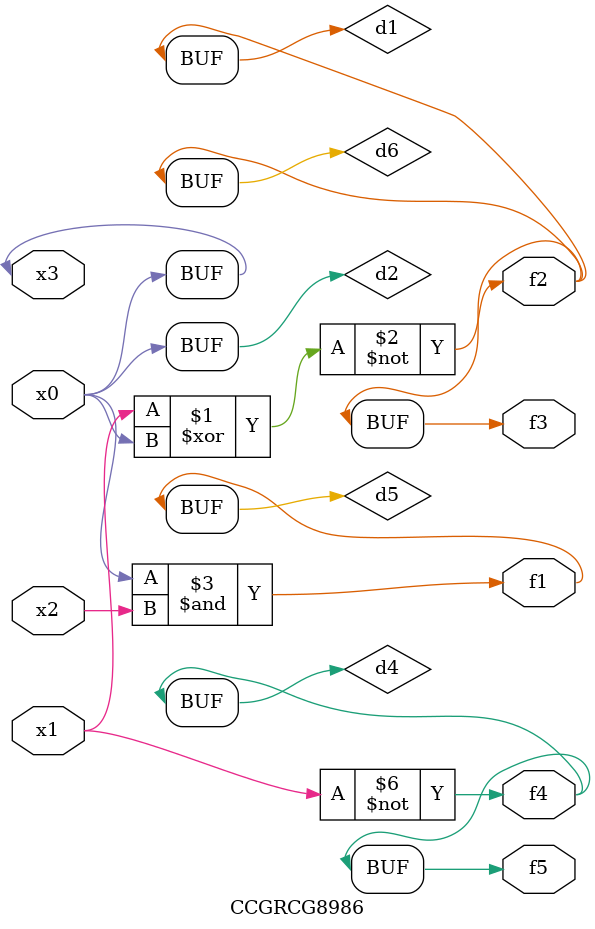
<source format=v>
module CCGRCG8986(
	input x0, x1, x2, x3,
	output f1, f2, f3, f4, f5
);

	wire d1, d2, d3, d4, d5, d6;

	xnor (d1, x1, x3);
	buf (d2, x0, x3);
	nand (d3, x0, x2);
	not (d4, x1);
	nand (d5, d3);
	or (d6, d1);
	assign f1 = d5;
	assign f2 = d6;
	assign f3 = d6;
	assign f4 = d4;
	assign f5 = d4;
endmodule

</source>
